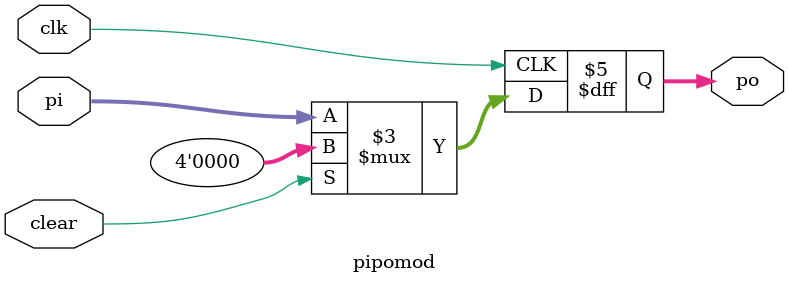
<source format=v>
/*module pipot_v;
reg clk;
reg clear;
reg [3:0] pi;
wire [3:0] po;
pipomod uut (.clk(clk),.clear(clear),.pi(pi),.po(po) );
initial begin
clk = 0;
clear = 0;
pi = 0;
#5 clear=1'b1;
#5 clear=1'b0;
#10 pi=4'b1001;
#10 pi=4'b1010;
#10 pi=4'b1011;
#10 pi=4'b1110;
#10 pi=4'b1111;
#10 pi=4'b0000;
end
always #5 clk = ~clk;
initial #150 $stop;
endmodule*/
module pipomod(clk,clear, pi, po);
input clk,clear;
input [3:0] pi;
output [3:0] po;
wire [3:0] pi;
reg [3:0] po;

always @(posedge clk)

begin
if (clear)

po<= 4'b0000;

else

 

po <= pi;

end

endmodule
</source>
